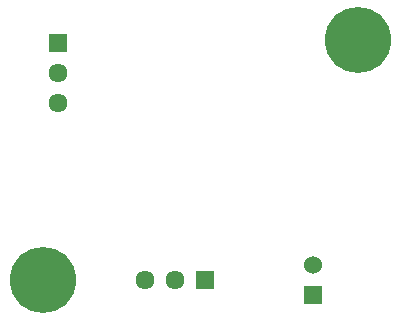
<source format=gbr>
%TF.GenerationSoftware,KiCad,Pcbnew,(6.0.8)*%
%TF.CreationDate,2023-06-05T07:52:39+02:00*%
%TF.ProjectId,SCS_dongle,5343535f-646f-46e6-976c-652e6b696361,rev?*%
%TF.SameCoordinates,Original*%
%TF.FileFunction,Soldermask,Bot*%
%TF.FilePolarity,Negative*%
%FSLAX46Y46*%
G04 Gerber Fmt 4.6, Leading zero omitted, Abs format (unit mm)*
G04 Created by KiCad (PCBNEW (6.0.8)) date 2023-06-05 07:52:39*
%MOMM*%
%LPD*%
G01*
G04 APERTURE LIST*
%ADD10C,5.600000*%
%ADD11R,1.610000X1.610000*%
%ADD12C,1.610000*%
%ADD13R,1.530000X1.530000*%
%ADD14C,1.530000*%
G04 APERTURE END LIST*
D10*
%TO.C,*%
X172720000Y-74930000D03*
%TD*%
D11*
%TO.C,J2*%
X147395000Y-75175000D03*
D12*
X147395000Y-77715000D03*
X147395000Y-80255000D03*
%TD*%
D10*
%TO.C,*%
X146050000Y-95250000D03*
%TD*%
D11*
%TO.C,J1*%
X159775000Y-95250000D03*
D12*
X157235000Y-95250000D03*
X154695000Y-95250000D03*
%TD*%
D13*
%TO.C,J3*%
X168910000Y-96520000D03*
D14*
X168910000Y-93980000D03*
%TD*%
M02*

</source>
